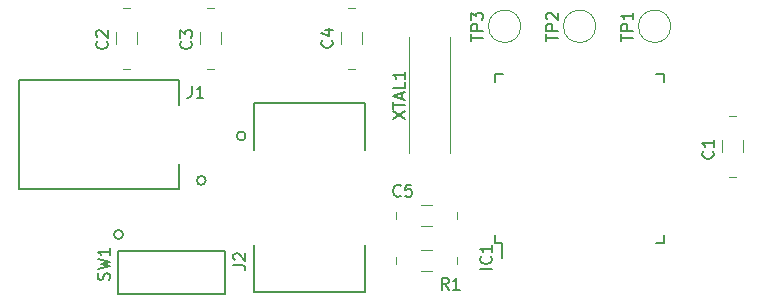
<source format=gbr>
G04 #@! TF.GenerationSoftware,KiCad,Pcbnew,(5.1.2)-2*
G04 #@! TF.CreationDate,2019-06-19T11:54:50-04:00*
G04 #@! TF.ProjectId,binary_counter,62696e61-7279-45f6-936f-756e7465722e,rev?*
G04 #@! TF.SameCoordinates,Original*
G04 #@! TF.FileFunction,Legend,Top*
G04 #@! TF.FilePolarity,Positive*
%FSLAX46Y46*%
G04 Gerber Fmt 4.6, Leading zero omitted, Abs format (unit mm)*
G04 Created by KiCad (PCBNEW (5.1.2)-2) date 2019-06-19 11:54:50*
%MOMM*%
%LPD*%
G04 APERTURE LIST*
%ADD10C,0.100000*%
%ADD11C,0.203200*%
%ADD12C,0.120000*%
%ADD13C,0.150000*%
G04 APERTURE END LIST*
D10*
X135128000Y-123052000D02*
X135628000Y-123052000D01*
X135128000Y-123052000D02*
X134628000Y-123052000D01*
X135128000Y-124852000D02*
X135628000Y-124852000D01*
X135128000Y-124852000D02*
X134628000Y-124852000D01*
X132528000Y-123652000D02*
X132528000Y-124252000D01*
X137728000Y-123652000D02*
X137728000Y-124252000D01*
D11*
X120492000Y-126618000D02*
X129952000Y-126618000D01*
X129952000Y-126618000D02*
X129952000Y-122618000D01*
X120492000Y-126618000D02*
X120492000Y-122618000D01*
X120492000Y-110618000D02*
X120492000Y-114618000D01*
X129952000Y-110618000D02*
X120492000Y-110618000D01*
X129952000Y-110618000D02*
X129952000Y-114618000D01*
X119803000Y-113418000D02*
G75*
G03X119803000Y-113418000I-381000J0D01*
G01*
D10*
X143102000Y-104140000D02*
G75*
G03X143102000Y-104140000I-1370000J0D01*
G01*
X149452000Y-104140000D02*
G75*
G03X149452000Y-104140000I-1370000J0D01*
G01*
X155802000Y-104140000D02*
G75*
G03X155802000Y-104140000I-1370000J0D01*
G01*
D12*
X133672000Y-105082000D02*
X133672000Y-114882000D01*
X137092000Y-105082000D02*
X137092000Y-114882000D01*
D11*
X109419000Y-121768000D02*
G75*
G03X109419000Y-121768000I-381000J0D01*
G01*
X118038000Y-126768000D02*
X109038000Y-126768000D01*
X118038000Y-123168000D02*
X118038000Y-126768000D01*
X109038000Y-123168000D02*
X118038000Y-123168000D01*
X109038000Y-123168000D02*
X109038000Y-126768000D01*
X114148000Y-117884000D02*
X114148000Y-115784000D01*
X114148000Y-108684000D02*
X114148000Y-110784000D01*
X116429000Y-117184000D02*
G75*
G03X116429000Y-117184000I-381000J0D01*
G01*
X100648000Y-108684000D02*
X114148000Y-108684000D01*
X100648000Y-117884000D02*
X114148000Y-117884000D01*
X100648000Y-108684000D02*
X100648000Y-117884000D01*
D13*
X141482000Y-122491000D02*
X141482000Y-123766000D01*
X140907000Y-108141000D02*
X140907000Y-108816000D01*
X155257000Y-108141000D02*
X155257000Y-108816000D01*
X155257000Y-122491000D02*
X155257000Y-121816000D01*
X140907000Y-122491000D02*
X140907000Y-121816000D01*
X155257000Y-122491000D02*
X154582000Y-122491000D01*
X155257000Y-108141000D02*
X154582000Y-108141000D01*
X140907000Y-108141000D02*
X141582000Y-108141000D01*
X140907000Y-122491000D02*
X141482000Y-122491000D01*
D10*
X135128000Y-119242000D02*
X135628000Y-119242000D01*
X135128000Y-119242000D02*
X134628000Y-119242000D01*
X135128000Y-121042000D02*
X135628000Y-121042000D01*
X135128000Y-121042000D02*
X134628000Y-121042000D01*
X132528000Y-119842000D02*
X132528000Y-120442000D01*
X137728000Y-119842000D02*
X137728000Y-120442000D01*
X127878000Y-105156000D02*
X127878000Y-104656000D01*
X127878000Y-105156000D02*
X127878000Y-105656000D01*
X129678000Y-105156000D02*
X129678000Y-104656000D01*
X129678000Y-105156000D02*
X129678000Y-105656000D01*
X128478000Y-107756000D02*
X129078000Y-107756000D01*
X128478000Y-102556000D02*
X129078000Y-102556000D01*
X117740000Y-105156000D02*
X117740000Y-105656000D01*
X117740000Y-105156000D02*
X117740000Y-104656000D01*
X115940000Y-105156000D02*
X115940000Y-105656000D01*
X115940000Y-105156000D02*
X115940000Y-104656000D01*
X117140000Y-102556000D02*
X116540000Y-102556000D01*
X117140000Y-107756000D02*
X116540000Y-107756000D01*
X110628000Y-105156000D02*
X110628000Y-105656000D01*
X110628000Y-105156000D02*
X110628000Y-104656000D01*
X108828000Y-105156000D02*
X108828000Y-105656000D01*
X108828000Y-105156000D02*
X108828000Y-104656000D01*
X110028000Y-102556000D02*
X109428000Y-102556000D01*
X110028000Y-107756000D02*
X109428000Y-107756000D01*
X160136000Y-114300000D02*
X160136000Y-113800000D01*
X160136000Y-114300000D02*
X160136000Y-114800000D01*
X161936000Y-114300000D02*
X161936000Y-113800000D01*
X161936000Y-114300000D02*
X161936000Y-114800000D01*
X160736000Y-116900000D02*
X161336000Y-116900000D01*
X160736000Y-111700000D02*
X161336000Y-111700000D01*
D13*
X136993333Y-126436380D02*
X136660000Y-125960190D01*
X136421904Y-126436380D02*
X136421904Y-125436380D01*
X136802857Y-125436380D01*
X136898095Y-125484000D01*
X136945714Y-125531619D01*
X136993333Y-125626857D01*
X136993333Y-125769714D01*
X136945714Y-125864952D01*
X136898095Y-125912571D01*
X136802857Y-125960190D01*
X136421904Y-125960190D01*
X137945714Y-126436380D02*
X137374285Y-126436380D01*
X137660000Y-126436380D02*
X137660000Y-125436380D01*
X137564761Y-125579238D01*
X137469523Y-125674476D01*
X137374285Y-125722095D01*
X118774380Y-124351333D02*
X119488666Y-124351333D01*
X119631523Y-124398952D01*
X119726761Y-124494190D01*
X119774380Y-124637047D01*
X119774380Y-124732285D01*
X118869619Y-123922761D02*
X118822000Y-123875142D01*
X118774380Y-123779904D01*
X118774380Y-123541809D01*
X118822000Y-123446571D01*
X118869619Y-123398952D01*
X118964857Y-123351333D01*
X119060095Y-123351333D01*
X119202952Y-123398952D01*
X119774380Y-123970380D01*
X119774380Y-123351333D01*
X138898380Y-105401904D02*
X138898380Y-104830476D01*
X139898380Y-105116190D02*
X138898380Y-105116190D01*
X139898380Y-104497142D02*
X138898380Y-104497142D01*
X138898380Y-104116190D01*
X138946000Y-104020952D01*
X138993619Y-103973333D01*
X139088857Y-103925714D01*
X139231714Y-103925714D01*
X139326952Y-103973333D01*
X139374571Y-104020952D01*
X139422190Y-104116190D01*
X139422190Y-104497142D01*
X138898380Y-103592380D02*
X138898380Y-102973333D01*
X139279333Y-103306666D01*
X139279333Y-103163809D01*
X139326952Y-103068571D01*
X139374571Y-103020952D01*
X139469809Y-102973333D01*
X139707904Y-102973333D01*
X139803142Y-103020952D01*
X139850761Y-103068571D01*
X139898380Y-103163809D01*
X139898380Y-103449523D01*
X139850761Y-103544761D01*
X139803142Y-103592380D01*
X145248380Y-105401904D02*
X145248380Y-104830476D01*
X146248380Y-105116190D02*
X145248380Y-105116190D01*
X146248380Y-104497142D02*
X145248380Y-104497142D01*
X145248380Y-104116190D01*
X145296000Y-104020952D01*
X145343619Y-103973333D01*
X145438857Y-103925714D01*
X145581714Y-103925714D01*
X145676952Y-103973333D01*
X145724571Y-104020952D01*
X145772190Y-104116190D01*
X145772190Y-104497142D01*
X145343619Y-103544761D02*
X145296000Y-103497142D01*
X145248380Y-103401904D01*
X145248380Y-103163809D01*
X145296000Y-103068571D01*
X145343619Y-103020952D01*
X145438857Y-102973333D01*
X145534095Y-102973333D01*
X145676952Y-103020952D01*
X146248380Y-103592380D01*
X146248380Y-102973333D01*
X151598380Y-105401904D02*
X151598380Y-104830476D01*
X152598380Y-105116190D02*
X151598380Y-105116190D01*
X152598380Y-104497142D02*
X151598380Y-104497142D01*
X151598380Y-104116190D01*
X151646000Y-104020952D01*
X151693619Y-103973333D01*
X151788857Y-103925714D01*
X151931714Y-103925714D01*
X152026952Y-103973333D01*
X152074571Y-104020952D01*
X152122190Y-104116190D01*
X152122190Y-104497142D01*
X152598380Y-102973333D02*
X152598380Y-103544761D01*
X152598380Y-103259047D02*
X151598380Y-103259047D01*
X151741238Y-103354285D01*
X151836476Y-103449523D01*
X151884095Y-103544761D01*
X132294380Y-112005809D02*
X133294380Y-111339142D01*
X132294380Y-111339142D02*
X133294380Y-112005809D01*
X132294380Y-111101047D02*
X132294380Y-110529619D01*
X133294380Y-110815333D02*
X132294380Y-110815333D01*
X133008666Y-110243904D02*
X133008666Y-109767714D01*
X133294380Y-110339142D02*
X132294380Y-110005809D01*
X133294380Y-109672476D01*
X133294380Y-108862952D02*
X133294380Y-109339142D01*
X132294380Y-109339142D01*
X133294380Y-108005809D02*
X133294380Y-108577238D01*
X133294380Y-108291523D02*
X132294380Y-108291523D01*
X132437238Y-108386761D01*
X132532476Y-108482000D01*
X132580095Y-108577238D01*
X108242761Y-125601333D02*
X108290380Y-125458476D01*
X108290380Y-125220380D01*
X108242761Y-125125142D01*
X108195142Y-125077523D01*
X108099904Y-125029904D01*
X108004666Y-125029904D01*
X107909428Y-125077523D01*
X107861809Y-125125142D01*
X107814190Y-125220380D01*
X107766571Y-125410857D01*
X107718952Y-125506095D01*
X107671333Y-125553714D01*
X107576095Y-125601333D01*
X107480857Y-125601333D01*
X107385619Y-125553714D01*
X107338000Y-125506095D01*
X107290380Y-125410857D01*
X107290380Y-125172761D01*
X107338000Y-125029904D01*
X107290380Y-124696571D02*
X108290380Y-124458476D01*
X107576095Y-124268000D01*
X108290380Y-124077523D01*
X107290380Y-123839428D01*
X108290380Y-122934666D02*
X108290380Y-123506095D01*
X108290380Y-123220380D02*
X107290380Y-123220380D01*
X107433238Y-123315619D01*
X107528476Y-123410857D01*
X107576095Y-123506095D01*
X115236666Y-109180380D02*
X115236666Y-109894666D01*
X115189047Y-110037523D01*
X115093809Y-110132761D01*
X114950952Y-110180380D01*
X114855714Y-110180380D01*
X116236666Y-110180380D02*
X115665238Y-110180380D01*
X115950952Y-110180380D02*
X115950952Y-109180380D01*
X115855714Y-109323238D01*
X115760476Y-109418476D01*
X115665238Y-109466095D01*
X140660380Y-124674190D02*
X139660380Y-124674190D01*
X140565142Y-123626571D02*
X140612761Y-123674190D01*
X140660380Y-123817047D01*
X140660380Y-123912285D01*
X140612761Y-124055142D01*
X140517523Y-124150380D01*
X140422285Y-124198000D01*
X140231809Y-124245619D01*
X140088952Y-124245619D01*
X139898476Y-124198000D01*
X139803238Y-124150380D01*
X139708000Y-124055142D01*
X139660380Y-123912285D01*
X139660380Y-123817047D01*
X139708000Y-123674190D01*
X139755619Y-123626571D01*
X140660380Y-122674190D02*
X140660380Y-123245619D01*
X140660380Y-122959904D02*
X139660380Y-122959904D01*
X139803238Y-123055142D01*
X139898476Y-123150380D01*
X139946095Y-123245619D01*
X132929333Y-118467142D02*
X132881714Y-118514761D01*
X132738857Y-118562380D01*
X132643619Y-118562380D01*
X132500761Y-118514761D01*
X132405523Y-118419523D01*
X132357904Y-118324285D01*
X132310285Y-118133809D01*
X132310285Y-117990952D01*
X132357904Y-117800476D01*
X132405523Y-117705238D01*
X132500761Y-117610000D01*
X132643619Y-117562380D01*
X132738857Y-117562380D01*
X132881714Y-117610000D01*
X132929333Y-117657619D01*
X133834095Y-117562380D02*
X133357904Y-117562380D01*
X133310285Y-118038571D01*
X133357904Y-117990952D01*
X133453142Y-117943333D01*
X133691238Y-117943333D01*
X133786476Y-117990952D01*
X133834095Y-118038571D01*
X133881714Y-118133809D01*
X133881714Y-118371904D01*
X133834095Y-118467142D01*
X133786476Y-118514761D01*
X133691238Y-118562380D01*
X133453142Y-118562380D01*
X133357904Y-118514761D01*
X133310285Y-118467142D01*
X127103142Y-105322666D02*
X127150761Y-105370285D01*
X127198380Y-105513142D01*
X127198380Y-105608380D01*
X127150761Y-105751238D01*
X127055523Y-105846476D01*
X126960285Y-105894095D01*
X126769809Y-105941714D01*
X126626952Y-105941714D01*
X126436476Y-105894095D01*
X126341238Y-105846476D01*
X126246000Y-105751238D01*
X126198380Y-105608380D01*
X126198380Y-105513142D01*
X126246000Y-105370285D01*
X126293619Y-105322666D01*
X126531714Y-104465523D02*
X127198380Y-104465523D01*
X126150761Y-104703619D02*
X126865047Y-104941714D01*
X126865047Y-104322666D01*
X115165142Y-105422666D02*
X115212761Y-105470285D01*
X115260380Y-105613142D01*
X115260380Y-105708380D01*
X115212761Y-105851238D01*
X115117523Y-105946476D01*
X115022285Y-105994095D01*
X114831809Y-106041714D01*
X114688952Y-106041714D01*
X114498476Y-105994095D01*
X114403238Y-105946476D01*
X114308000Y-105851238D01*
X114260380Y-105708380D01*
X114260380Y-105613142D01*
X114308000Y-105470285D01*
X114355619Y-105422666D01*
X114260380Y-105089333D02*
X114260380Y-104470285D01*
X114641333Y-104803619D01*
X114641333Y-104660761D01*
X114688952Y-104565523D01*
X114736571Y-104517904D01*
X114831809Y-104470285D01*
X115069904Y-104470285D01*
X115165142Y-104517904D01*
X115212761Y-104565523D01*
X115260380Y-104660761D01*
X115260380Y-104946476D01*
X115212761Y-105041714D01*
X115165142Y-105089333D01*
X108053142Y-105422666D02*
X108100761Y-105470285D01*
X108148380Y-105613142D01*
X108148380Y-105708380D01*
X108100761Y-105851238D01*
X108005523Y-105946476D01*
X107910285Y-105994095D01*
X107719809Y-106041714D01*
X107576952Y-106041714D01*
X107386476Y-105994095D01*
X107291238Y-105946476D01*
X107196000Y-105851238D01*
X107148380Y-105708380D01*
X107148380Y-105613142D01*
X107196000Y-105470285D01*
X107243619Y-105422666D01*
X107243619Y-105041714D02*
X107196000Y-104994095D01*
X107148380Y-104898857D01*
X107148380Y-104660761D01*
X107196000Y-104565523D01*
X107243619Y-104517904D01*
X107338857Y-104470285D01*
X107434095Y-104470285D01*
X107576952Y-104517904D01*
X108148380Y-105089333D01*
X108148380Y-104470285D01*
X159361142Y-114720666D02*
X159408761Y-114768285D01*
X159456380Y-114911142D01*
X159456380Y-115006380D01*
X159408761Y-115149238D01*
X159313523Y-115244476D01*
X159218285Y-115292095D01*
X159027809Y-115339714D01*
X158884952Y-115339714D01*
X158694476Y-115292095D01*
X158599238Y-115244476D01*
X158504000Y-115149238D01*
X158456380Y-115006380D01*
X158456380Y-114911142D01*
X158504000Y-114768285D01*
X158551619Y-114720666D01*
X159456380Y-113768285D02*
X159456380Y-114339714D01*
X159456380Y-114054000D02*
X158456380Y-114054000D01*
X158599238Y-114149238D01*
X158694476Y-114244476D01*
X158742095Y-114339714D01*
M02*

</source>
